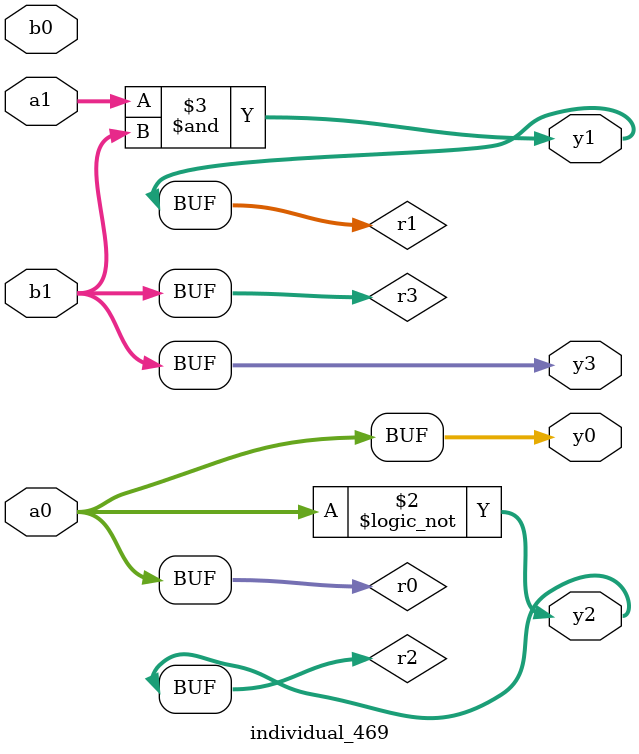
<source format=sv>
module individual_469(input logic [15:0] a1, input logic [15:0] a0, input logic [15:0] b1, input logic [15:0] b0, output logic [15:0] y3, output logic [15:0] y2, output logic [15:0] y1, output logic [15:0] y0);
logic [15:0] r0, r1, r2, r3; 
 always@(*) begin 
	 r0 = a0; r1 = a1; r2 = b0; r3 = b1; 
 	 r2 = ! a0 ;
 	 r1  &=  b1 ;
 	 y3 = r3; y2 = r2; y1 = r1; y0 = r0; 
end
endmodule
</source>
